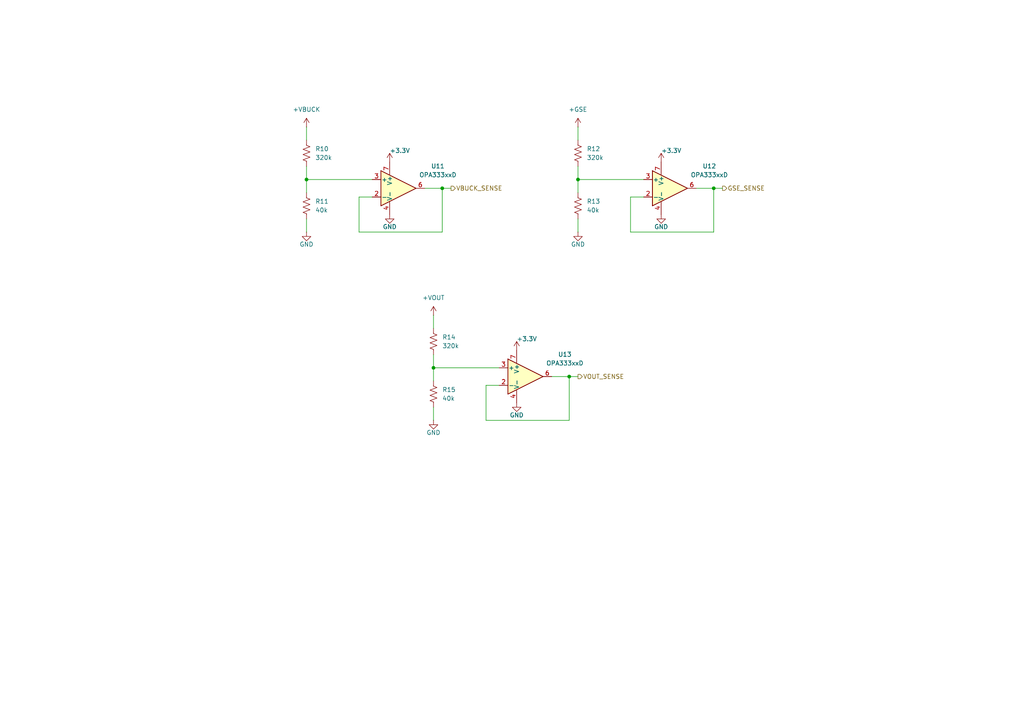
<source format=kicad_sch>
(kicad_sch (version 20250114) (generator "eeschema") (generator_version "9.0")
  (paper "A4")
  (lib_symbols
    (symbol "Amplifier_Operational:OPA333xxD" (pin_names (offset 0.127))
      (property "Reference" "U" (at 0 6.35 0))
      (property "Value" "OPA333xxD" (at 0 3.81 0))
      (symbol "OPA333xxD_0_1"
        (polyline (pts (xy -5.08 5.08) (xy 5.08 0) (xy -5.08 -5.08) (xy -5.08 5.08)) (stroke (width 0.254)) (fill (type background)))
      )
      (symbol "OPA333xxD_1_1"
        (pin input line (at -7.62 2.54 0) (length 2.54) (name "+") (number "3"))
        (pin input line (at -7.62 -2.54 0) (length 2.54) (name "-") (number "2"))
        (pin power_in line (at -2.54 7.62 270) (length 3.81) (name "V+") (number "7"))
        (pin no_connect line (at -2.54 2.54 270) (length 2.54) (hide yes) (name "NC") (number "1"))
        (pin power_in line (at -2.54 -7.62 90) (length 3.81) (name "V-") (number "4"))
        (pin no_connect line (at 0 2.54 270) (length 2.54) (hide yes) (name "NC") (number "5"))
        (pin no_connect line (at 0 -2.54 90) (length 2.54) (hide yes) (name "NC") (number "8"))
        (pin output line (at 7.62 0 180) (length 2.54) (name "~") (number "6"))
      )
    )
    (symbol "Device:R_US" (pin_numbers (hide yes)) (pin_names (offset 0))
      (property "Reference" "R" (at 2.54 0 90))
      (property "Value" "R_US" (at -2.54 0 90))
      (symbol "R_US_0_1"
        (polyline (pts (xy 0 2.286) (xy 0 2.54)))
        (polyline (pts (xy 0 2.286) (xy 1.016 1.905) (xy 0 1.524) (xy -1.016 1.143) (xy 0 0.762)))
        (polyline (pts (xy 0 0.762) (xy 1.016 0.381) (xy 0 0) (xy -1.016 -0.381) (xy 0 -0.762)))
        (polyline (pts (xy 0 -0.762) (xy 1.016 -1.143) (xy 0 -1.524) (xy -1.016 -1.905) (xy 0 -2.286)))
        (polyline (pts (xy 0 -2.286) (xy 0 -2.54)))
      )
      (symbol "R_US_1_1"
        (pin passive line (at 0 3.81 270) (length 1.27) (name "~") (number "1"))
        (pin passive line (at 0 -3.81 90) (length 1.27) (name "~") (number "2"))
      )
    )
    (symbol "power:+5V" (power) (pin_numbers (hide yes)) (pin_names (offset 0) (hide yes))
      (property "Value" "+5V" (at 0 3.556 0))
      (symbol "+5V_0_1"
        (polyline (pts (xy -0.762 1.27) (xy 0 2.54)))
        (polyline (pts (xy 0 2.54) (xy 0.762 1.27)))
        (polyline (pts (xy 0 0) (xy 0 2.54)))
      )
      (symbol "+5V_1_1"
        (pin power_in line (at 0 0 90) (length 0) (name "~") (number "1"))
      )
    )
    (symbol "power:GND" (power) (pin_numbers (hide yes)) (pin_names (offset 0) (hide yes))
      (property "Value" "GND" (at 0 -3.81 0))
      (symbol "GND_0_1"
        (polyline (pts (xy 0 0) (xy 0 -1.27) (xy 1.27 -1.27) (xy 0 -2.54) (xy -1.27 -1.27) (xy 0 -1.27)))
      )
      (symbol "GND_1_1"
        (pin power_in line (at 0 0 270) (length 0) (name "~") (number "1"))
      )
    )
  )
  (junction (at 165.1 109.22))
  (junction (at 88.9 52.07))
  (junction (at 207.01 54.61))
  (junction (at 167.64 52.07))
  (junction (at 125.73 106.68))
  (junction (at 128.27 54.61))
  (wire (pts (xy 128.27 54.61) (xy 128.27 67.31)))
  (wire (pts (xy 167.64 52.07) (xy 167.64 55.88)))
  (wire (pts (xy 88.9 48.26) (xy 88.9 52.07)))
  (wire (pts (xy 128.27 54.61) (xy 130.81 54.61)))
  (wire (pts (xy 88.9 52.07) (xy 107.95 52.07)))
  (wire (pts (xy 165.1 109.22) (xy 167.64 109.22)))
  (wire (pts (xy 125.73 106.68) (xy 144.78 106.68)))
  (wire (pts (xy 88.9 67.31) (xy 88.9 63.5)))
  (wire (pts (xy 182.88 57.15) (xy 186.69 57.15)))
  (wire (pts (xy 165.1 109.22) (xy 165.1 121.92)))
  (wire (pts (xy 207.01 54.61) (xy 207.01 67.31)))
  (wire (pts (xy 167.64 67.31) (xy 167.64 63.5)))
  (wire (pts (xy 140.97 111.76) (xy 144.78 111.76)))
  (wire (pts (xy 201.93 54.61) (xy 207.01 54.61)))
  (wire (pts (xy 125.73 121.92) (xy 125.73 118.11)))
  (wire (pts (xy 88.9 52.07) (xy 88.9 55.88)))
  (wire (pts (xy 207.01 67.31) (xy 182.88 67.31)))
  (wire (pts (xy 167.64 52.07) (xy 186.69 52.07)))
  (wire (pts (xy 125.73 91.44) (xy 125.73 95.25)))
  (wire (pts (xy 167.64 36.83) (xy 167.64 40.64)))
  (wire (pts (xy 125.73 106.68) (xy 125.73 110.49)))
  (wire (pts (xy 160.02 109.22) (xy 165.1 109.22)))
  (wire (pts (xy 140.97 121.92) (xy 140.97 111.76)))
  (wire (pts (xy 128.27 67.31) (xy 104.14 67.31)))
  (wire (pts (xy 167.64 48.26) (xy 167.64 52.07)))
  (wire (pts (xy 88.9 36.83) (xy 88.9 40.64)))
  (wire (pts (xy 104.14 67.31) (xy 104.14 57.15)))
  (wire (pts (xy 165.1 121.92) (xy 140.97 121.92)))
  (wire (pts (xy 123.19 54.61) (xy 128.27 54.61)))
  (wire (pts (xy 182.88 67.31) (xy 182.88 57.15)))
  (wire (pts (xy 104.14 57.15) (xy 107.95 57.15)))
  (wire (pts (xy 125.73 102.87) (xy 125.73 106.68)))
  (wire (pts (xy 207.01 54.61) (xy 209.55 54.61)))
  (hierarchical_label "GSE_SENSE" (shape output) (at 209.55 54.61 0))
  (hierarchical_label "VBUCK_SENSE" (shape output) (at 130.81 54.61 0))
  (hierarchical_label "VOUT_SENSE" (shape output) (at 167.64 109.22 0))
  (symbol (lib_id "power:GND") (at 125.73 121.92 0) (unit 1)
    (property "Reference" "#PWR040" (effects (hide yes)))
    (property "Value" "GND" (at 125.73 125.476 0))
    (property "Description" "Power symbol creates a global label with name \"GND\" , ground" (effects (hide yes)))
  )
  (symbol (lib_id "Device:R_US") (at 88.9 59.69 0) (unit 1)
    (property "Reference" "R11" (at 91.44 58.4199 0) (effects (justify left)))
    (property "Value" "40k" (at 91.44 60.9599 0) (effects (justify left)))
    (property "Footprint" "Resistor_SMD:R_0603_1608Metric" (effects (hide yes)))
    (property "Description" "Resistor, US symbol" (effects (hide yes)))
  )
  (symbol (lib_id "power:+5V") (at 113.03 46.99 0) (unit 1)
    (property "Reference" "#PWR021" (effects (hide yes)))
    (property "Value" "+3.3V" (at 113.03 43.688 0) (effects (justify left)))
    (property "Description" "Power symbol creates a global label with name \"+5V\"" (effects (hide yes)))
  )
  (symbol (lib_id "Device:R_US") (at 88.9 44.45 0) (unit 1)
    (property "Reference" "R10" (at 91.44 43.1799 0) (effects (justify left)))
    (property "Value" "320k" (at 91.44 45.7199 0) (effects (justify left)))
    (property "Footprint" "Resistor_SMD:R_0603_1608Metric" (effects (hide yes)))
    (property "Description" "Resistor, US symbol" (effects (hide yes)))
  )
  (symbol (lib_id "power:+5V") (at 191.77 46.99 0) (unit 1)
    (property "Reference" "#PWR037" (effects (hide yes)))
    (property "Value" "+3.3V" (at 191.77 43.688 0) (effects (justify left)))
    (property "Description" "Power symbol creates a global label with name \"+5V\"" (effects (hide yes)))
  )
  (symbol (lib_id "power:+5V") (at 167.64 36.83 0) (unit 1)
    (property "Reference" "#PWR035" (effects (hide yes)))
    (property "Value" "+GSE" (at 167.64 31.75 0))
    (property "Description" "Power symbol creates a global label with name \"+5V\"" (effects (hide yes)))
  )
  (symbol (lib_id "power:+5V") (at 125.73 91.44 0) (unit 1)
    (property "Reference" "#PWR039" (effects (hide yes)))
    (property "Value" "+VOUT" (at 125.73 86.36 0))
    (property "Description" "Power symbol creates a global label with name \"+5V\"" (effects (hide yes)))
  )
  (symbol (lib_id "power:GND") (at 149.86 116.84 0) (unit 1)
    (property "Reference" "#PWR042" (effects (hide yes)))
    (property "Value" "GND" (at 149.86 120.396 0))
    (property "Description" "Power symbol creates a global label with name \"GND\" , ground" (effects (hide yes)))
  )
  (symbol (lib_id "power:GND") (at 88.9 67.31 0) (unit 1)
    (property "Reference" "#PWR023" (effects (hide yes)))
    (property "Value" "GND" (at 88.9 70.866 0))
    (property "Description" "Power symbol creates a global label with name \"GND\" , ground" (effects (hide yes)))
  )
  (symbol (lib_id "power:+5V") (at 149.86 101.6 0) (unit 1)
    (property "Reference" "#PWR041" (effects (hide yes)))
    (property "Value" "+3.3V" (at 149.86 98.298 0) (effects (justify left)))
    (property "Description" "Power symbol creates a global label with name \"+5V\"" (effects (hide yes)))
  )
  (symbol (lib_id "power:+5V") (at 88.9 36.83 0) (unit 1)
    (property "Reference" "#PWR034" (effects (hide yes)))
    (property "Value" "+VBUCK" (at 88.9 31.75 0))
    (property "Description" "Power symbol creates a global label with name \"+5V\"" (effects (hide yes)))
  )
  (symbol (lib_id "Amplifier_Operational:OPA333xxD") (at 194.31 54.61 0) (unit 1)
    (property "Reference" "U12" (at 205.74 48.1898 0))
    (property "Value" "OPA333xxD" (at 205.74 50.7298 0))
    (property "Footprint" "Package_SO:SOIC-8_3.9x4.9mm_P1.27mm" (effects (hide yes)))
    (property "Datasheet" "http://www.ti.com/lit/ds/symlink/opa333.pdf" (effects (hide yes)))
    (property "Description" "Single 1.8V, microPower, CMOS Operational Amplifiers, Zero-Drift Series, SOIC-8" (effects (hide yes)))
  )
  (symbol (lib_id "Amplifier_Operational:OPA333xxD") (at 152.4 109.22 0) (unit 1)
    (property "Reference" "U13" (at 163.83 102.7998 0))
    (property "Value" "OPA333xxD" (at 163.83 105.3398 0))
    (property "Footprint" "Package_SO:SOIC-8_3.9x4.9mm_P1.27mm" (effects (hide yes)))
    (property "Datasheet" "http://www.ti.com/lit/ds/symlink/opa333.pdf" (effects (hide yes)))
    (property "Description" "Single 1.8V, microPower, CMOS Operational Amplifiers, Zero-Drift Series, SOIC-8" (effects (hide yes)))
  )
  (symbol (lib_id "Device:R_US") (at 167.64 44.45 0) (unit 1)
    (property "Reference" "R12" (at 170.18 43.1799 0) (effects (justify left)))
    (property "Value" "320k" (at 170.18 45.7199 0) (effects (justify left)))
    (property "Footprint" "Resistor_SMD:R_0603_1608Metric" (effects (hide yes)))
    (property "Description" "Resistor, US symbol" (effects (hide yes)))
  )
  (symbol (lib_id "Device:R_US") (at 125.73 99.06 0) (unit 1)
    (property "Reference" "R14" (at 128.27 97.7899 0) (effects (justify left)))
    (property "Value" "320k" (at 128.27 100.3299 0) (effects (justify left)))
    (property "Footprint" "Resistor_SMD:R_0603_1608Metric" (effects (hide yes)))
    (property "Description" "Resistor, US symbol" (effects (hide yes)))
  )
  (symbol (lib_id "power:GND") (at 113.03 62.23 0) (unit 1)
    (property "Reference" "#PWR022" (effects (hide yes)))
    (property "Value" "GND" (at 113.03 65.786 0))
    (property "Description" "Power symbol creates a global label with name \"GND\" , ground" (effects (hide yes)))
  )
  (symbol (lib_id "Device:R_US") (at 167.64 59.69 0) (unit 1)
    (property "Reference" "R13" (at 170.18 58.4199 0) (effects (justify left)))
    (property "Value" "40k" (at 170.18 60.9599 0) (effects (justify left)))
    (property "Footprint" "Resistor_SMD:R_0603_1608Metric" (effects (hide yes)))
    (property "Description" "Resistor, US symbol" (effects (hide yes)))
  )
  (symbol (lib_id "power:GND") (at 167.64 67.31 0) (unit 1)
    (property "Reference" "#PWR036" (effects (hide yes)))
    (property "Value" "GND" (at 167.64 70.866 0))
    (property "Description" "Power symbol creates a global label with name \"GND\" , ground" (effects (hide yes)))
  )
  (symbol (lib_id "power:GND") (at 191.77 62.23 0) (unit 1)
    (property "Reference" "#PWR038" (effects (hide yes)))
    (property "Value" "GND" (at 191.77 65.786 0))
    (property "Description" "Power symbol creates a global label with name \"GND\" , ground" (effects (hide yes)))
  )
  (symbol (lib_id "Device:R_US") (at 125.73 114.3 0) (unit 1)
    (property "Reference" "R15" (at 128.27 113.0299 0) (effects (justify left)))
    (property "Value" "40k" (at 128.27 115.5699 0) (effects (justify left)))
    (property "Footprint" "Resistor_SMD:R_0603_1608Metric" (effects (hide yes)))
    (property "Description" "Resistor, US symbol" (effects (hide yes)))
  )
  (symbol (lib_id "Amplifier_Operational:OPA333xxD") (at 115.57 54.61 0) (unit 1)
    (property "Reference" "U11" (at 127 48.1898 0))
    (property "Value" "OPA333xxD" (at 127 50.7298 0))
    (property "Footprint" "Package_SO:SOIC-8_3.9x4.9mm_P1.27mm" (effects (hide yes)))
    (property "Datasheet" "http://www.ti.com/lit/ds/symlink/opa333.pdf" (effects (hide yes)))
    (property "Description" "Single 1.8V, microPower, CMOS Operational Amplifiers, Zero-Drift Series, SOIC-8" (effects (hide yes)))
  )
)
</source>
